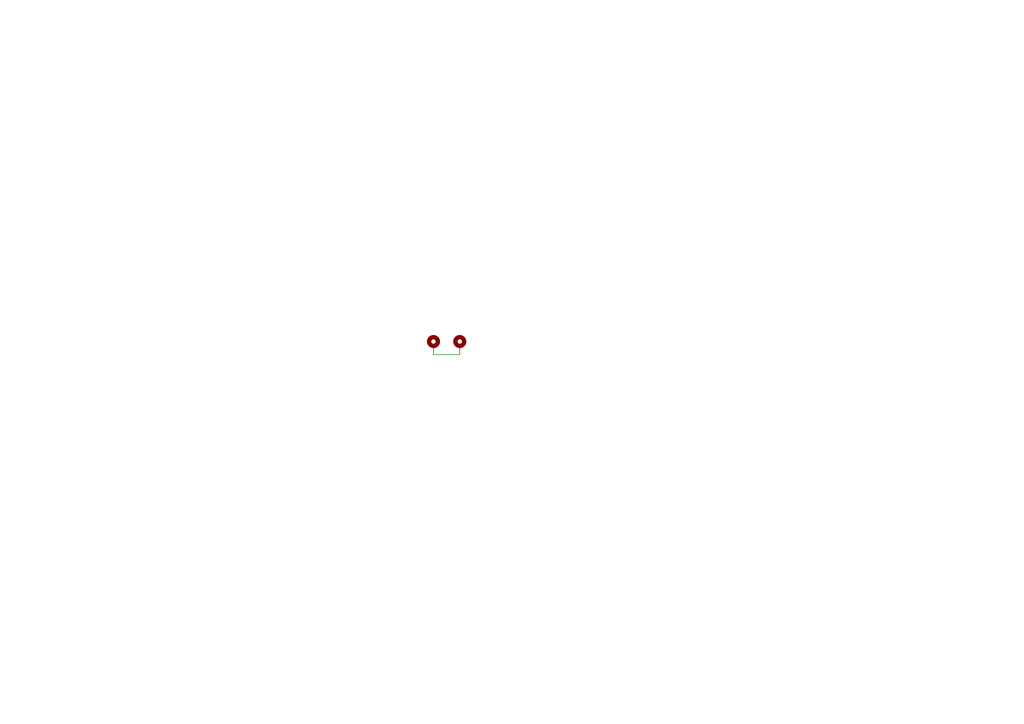
<source format=kicad_sch>
(kicad_sch
	(version 20231120)
	(generator "eeschema")
	(generator_version "8.0")
	(uuid "2a8d935a-315a-421f-a62b-248ab4ff1bc1")
	(paper "A4")
	(lib_symbols
		(symbol "Mechanical:MountingHole_Pad"
			(pin_numbers hide)
			(pin_names
				(offset 1.016) hide)
			(exclude_from_sim no)
			(in_bom yes)
			(on_board yes)
			(property "Reference" "H"
				(at 0 6.35 0)
				(effects
					(font
						(size 1.27 1.27)
					)
				)
			)
			(property "Value" "MountingHole_Pad"
				(at 0 4.445 0)
				(effects
					(font
						(size 1.27 1.27)
					)
				)
			)
			(property "Footprint" ""
				(at 0 0 0)
				(effects
					(font
						(size 1.27 1.27)
					)
					(hide yes)
				)
			)
			(property "Datasheet" "~"
				(at 0 0 0)
				(effects
					(font
						(size 1.27 1.27)
					)
					(hide yes)
				)
			)
			(property "Description" "Mounting Hole with connection"
				(at 0 0 0)
				(effects
					(font
						(size 1.27 1.27)
					)
					(hide yes)
				)
			)
			(property "ki_keywords" "mounting hole"
				(at 0 0 0)
				(effects
					(font
						(size 1.27 1.27)
					)
					(hide yes)
				)
			)
			(property "ki_fp_filters" "MountingHole*Pad*"
				(at 0 0 0)
				(effects
					(font
						(size 1.27 1.27)
					)
					(hide yes)
				)
			)
			(symbol "MountingHole_Pad_0_1"
				(circle
					(center 0 1.27)
					(radius 1.27)
					(stroke
						(width 1.27)
						(type default)
					)
					(fill
						(type none)
					)
				)
			)
			(symbol "MountingHole_Pad_1_1"
				(pin input line
					(at 0 -2.54 90)
					(length 2.54)
					(name "1"
						(effects
							(font
								(size 1.27 1.27)
							)
						)
					)
					(number "1"
						(effects
							(font
								(size 1.27 1.27)
							)
						)
					)
				)
			)
		)
	)
	(wire
		(pts
			(xy 125.73 102.87) (xy 133.35 102.87)
		)
		(stroke
			(width 0)
			(type default)
		)
		(uuid "ce8d7bd4-59cd-4bba-b588-de6f4095dba3")
	)
	(symbol
		(lib_id "Mechanical:MountingHole_Pad")
		(at 125.73 100.33 0)
		(unit 1)
		(exclude_from_sim no)
		(in_bom yes)
		(on_board yes)
		(dnp no)
		(fields_autoplaced yes)
		(uuid "07c00ce1-84fd-4868-8c04-2851a4fefe0f")
		(property "Reference" "H1"
			(at 128.27 97.8478 0)
			(effects
				(font
					(size 1.27 1.27)
				)
				(justify left)
				(hide yes)
			)
		)
		(property "Value" "MountingHole_Pad"
			(at 128.27 100.2721 0)
			(effects
				(font
					(size 1.27 1.27)
				)
				(justify left)
				(hide yes)
			)
		)
		(property "Footprint" "BYOM_General:plated_rack_hole"
			(at 125.73 100.33 0)
			(effects
				(font
					(size 1.27 1.27)
				)
				(hide yes)
			)
		)
		(property "Datasheet" "~"
			(at 125.73 100.33 0)
			(effects
				(font
					(size 1.27 1.27)
				)
				(hide yes)
			)
		)
		(property "Description" "Mounting Hole with connection"
			(at 125.73 100.33 0)
			(effects
				(font
					(size 1.27 1.27)
				)
				(hide yes)
			)
		)
		(pin "1"
			(uuid "caf95ca7-831b-4202-8aa2-faab51493fbf")
		)
		(instances
			(project "EuroClack - BYOM 6HP blank"
				(path "/2a8d935a-315a-421f-a62b-248ab4ff1bc1"
					(reference "H1")
					(unit 1)
				)
			)
		)
	)
	(symbol
		(lib_id "Mechanical:MountingHole_Pad")
		(at 133.35 100.33 0)
		(unit 1)
		(exclude_from_sim no)
		(in_bom yes)
		(on_board yes)
		(dnp no)
		(fields_autoplaced yes)
		(uuid "4c94a429-67a7-4bdb-aecd-002fc6a647df")
		(property "Reference" "H2"
			(at 135.89 97.8478 0)
			(effects
				(font
					(size 1.27 1.27)
				)
				(justify left)
				(hide yes)
			)
		)
		(property "Value" "MountingHole_Pad"
			(at 135.89 100.2721 0)
			(effects
				(font
					(size 1.27 1.27)
				)
				(justify left)
				(hide yes)
			)
		)
		(property "Footprint" "BYOM_General:plated_rack_hole"
			(at 133.35 100.33 0)
			(effects
				(font
					(size 1.27 1.27)
				)
				(hide yes)
			)
		)
		(property "Datasheet" "~"
			(at 133.35 100.33 0)
			(effects
				(font
					(size 1.27 1.27)
				)
				(hide yes)
			)
		)
		(property "Description" "Mounting Hole with connection"
			(at 133.35 100.33 0)
			(effects
				(font
					(size 1.27 1.27)
				)
				(hide yes)
			)
		)
		(pin "1"
			(uuid "06b1cf4b-5faf-4625-8a47-d5ff23d32da0")
		)
		(instances
			(project "EuroClack - BYOM 6HP blank"
				(path "/2a8d935a-315a-421f-a62b-248ab4ff1bc1"
					(reference "H2")
					(unit 1)
				)
			)
		)
	)
	(sheet_instances
		(path "/"
			(page "1")
		)
	)
)
</source>
